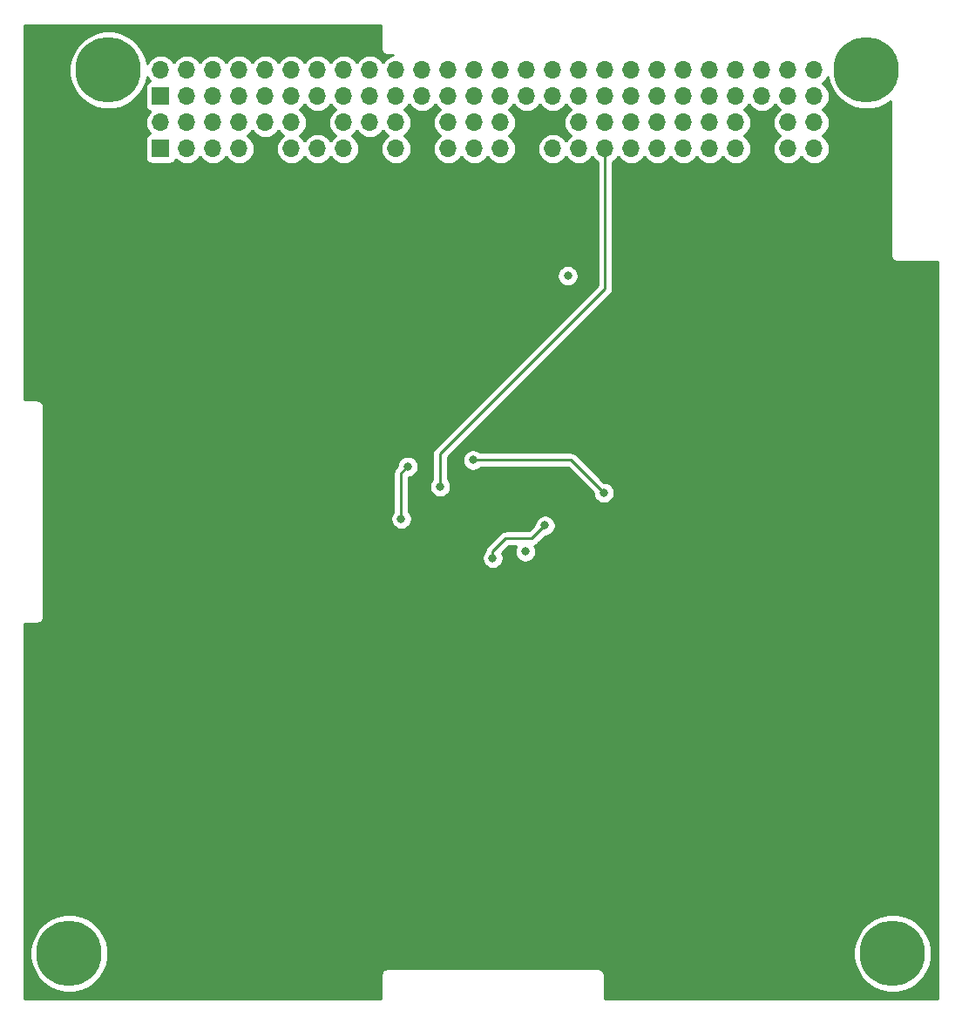
<source format=gbr>
G04 #@! TF.GenerationSoftware,KiCad,Pcbnew,(5.1.4)-1*
G04 #@! TF.CreationDate,2019-12-03T11:55:19-06:00*
G04 #@! TF.ProjectId,Boost,426f6f73-742e-46b6-9963-61645f706362,rev?*
G04 #@! TF.SameCoordinates,Original*
G04 #@! TF.FileFunction,Copper,L2,Bot*
G04 #@! TF.FilePolarity,Positive*
%FSLAX46Y46*%
G04 Gerber Fmt 4.6, Leading zero omitted, Abs format (unit mm)*
G04 Created by KiCad (PCBNEW (5.1.4)-1) date 2019-12-03 11:55:19*
%MOMM*%
%LPD*%
G04 APERTURE LIST*
%ADD10O,1.700000X1.700000*%
%ADD11R,1.700000X1.700000*%
%ADD12C,6.350000*%
%ADD13C,0.800000*%
%ADD14C,0.250000*%
%ADD15C,0.254000*%
G04 APERTURE END LIST*
D10*
X173489081Y-59944935D03*
X173489081Y-62484935D03*
X170949081Y-59944935D03*
X170949081Y-62484935D03*
X168409081Y-59944935D03*
X168409081Y-62484935D03*
X165869081Y-59944935D03*
X165869081Y-62484935D03*
X163329081Y-59944935D03*
X163329081Y-62484935D03*
X160789081Y-59944935D03*
X160789081Y-62484935D03*
X158249081Y-59944935D03*
X158249081Y-62484935D03*
X155709081Y-59944935D03*
X155709081Y-62484935D03*
X153169081Y-59944935D03*
X153169081Y-62484935D03*
X150629081Y-59944935D03*
X150629081Y-62484935D03*
X148089081Y-59944935D03*
X148089081Y-62484935D03*
X145549081Y-59944935D03*
X145549081Y-62484935D03*
X143009081Y-59944935D03*
X143009081Y-62484935D03*
X140469081Y-59944935D03*
X140469081Y-62484935D03*
X137929081Y-59944935D03*
X137929081Y-62484935D03*
X135389081Y-59944935D03*
X135389081Y-62484935D03*
X132849081Y-59944935D03*
X132849081Y-62484935D03*
X130309081Y-59944935D03*
X130309081Y-62484935D03*
X127769081Y-59944935D03*
X127769081Y-62484935D03*
X125229081Y-59944935D03*
X125229081Y-62484935D03*
X122689081Y-59944935D03*
X122689081Y-62484935D03*
X120149081Y-59944935D03*
X120149081Y-62484935D03*
X117609081Y-59944935D03*
X117609081Y-62484935D03*
X115069081Y-59944935D03*
X115069081Y-62484935D03*
X112529081Y-59944935D03*
X112529081Y-62484935D03*
X109989081Y-59944935D03*
D11*
X109989081Y-62484935D03*
D10*
X173489081Y-54864935D03*
X173489081Y-57404935D03*
X170949081Y-54864935D03*
X170949081Y-57404935D03*
X168409081Y-54864935D03*
X168409081Y-57404935D03*
X165869081Y-54864935D03*
X165869081Y-57404935D03*
X163329081Y-54864935D03*
X163329081Y-57404935D03*
X160789081Y-54864935D03*
X160789081Y-57404935D03*
X158249081Y-54864935D03*
X158249081Y-57404935D03*
X155709081Y-54864935D03*
X155709081Y-57404935D03*
X153169081Y-54864935D03*
X153169081Y-57404935D03*
X150629081Y-54864935D03*
X150629081Y-57404935D03*
X148089081Y-54864935D03*
X148089081Y-57404935D03*
X145549081Y-54864935D03*
X145549081Y-57404935D03*
X143009081Y-54864935D03*
X143009081Y-57404935D03*
X140469081Y-54864935D03*
X140469081Y-57404935D03*
X137929081Y-54864935D03*
X137929081Y-57404935D03*
X135389081Y-54864935D03*
X135389081Y-57404935D03*
X132849081Y-54864935D03*
X132849081Y-57404935D03*
X130309081Y-54864935D03*
X130309081Y-57404935D03*
X127769081Y-54864935D03*
X127769081Y-57404935D03*
X125229081Y-54864935D03*
X125229081Y-57404935D03*
X122689081Y-54864935D03*
X122689081Y-57404935D03*
X120149081Y-54864935D03*
X120149081Y-57404935D03*
X117609081Y-54864935D03*
X117609081Y-57404935D03*
X115069081Y-54864935D03*
X115069081Y-57404935D03*
X112529081Y-54864935D03*
X112529081Y-57404935D03*
X109989081Y-54864935D03*
D11*
X109989081Y-57404935D03*
D12*
X181102000Y-140589000D03*
X104902000Y-54864000D03*
X178562000Y-54864000D03*
X101092000Y-140589000D03*
D13*
X137160000Y-87630000D03*
X151130000Y-83820000D03*
X148590000Y-108585010D03*
X149860000Y-97155000D03*
X142240000Y-98425000D03*
X133350000Y-120015000D03*
X144780000Y-97155000D03*
X140335000Y-92710000D03*
X153035000Y-95885000D03*
X133985000Y-93345000D03*
X133350000Y-98425000D03*
X142240000Y-102235000D03*
X147320000Y-99060000D03*
X145415000Y-101600000D03*
X149529800Y-74828400D03*
X137130847Y-95279153D03*
D14*
X149860000Y-92710000D02*
X153035000Y-95885000D01*
X140335000Y-92710000D02*
X149860000Y-92710000D01*
X140469081Y-62484935D02*
X140970935Y-62484935D01*
X133350000Y-93980000D02*
X133985000Y-93345000D01*
X133350000Y-98425000D02*
X133350000Y-93980000D01*
X146050000Y-100330000D02*
X147320000Y-99060000D01*
X143510000Y-100330000D02*
X146050000Y-100330000D01*
X142240000Y-102235000D02*
X142240000Y-101600000D01*
X142240000Y-101600000D02*
X143510000Y-100330000D01*
X153169081Y-76065919D02*
X153169081Y-62484935D01*
X137130847Y-92104153D02*
X153169081Y-76065919D01*
X137130847Y-95279153D02*
X137130847Y-92104153D01*
D15*
G36*
X131370001Y-52670113D02*
G01*
X131366565Y-52705000D01*
X131380273Y-52844184D01*
X131420872Y-52978020D01*
X131486800Y-53101363D01*
X131575525Y-53209475D01*
X131683637Y-53298200D01*
X131806980Y-53364128D01*
X131940816Y-53404727D01*
X132045123Y-53415000D01*
X132080000Y-53418435D01*
X132114877Y-53415000D01*
X132513209Y-53415000D01*
X132278047Y-53486336D01*
X132020067Y-53624229D01*
X131793947Y-53809801D01*
X131608375Y-54035921D01*
X131579081Y-54090726D01*
X131549787Y-54035921D01*
X131364215Y-53809801D01*
X131138095Y-53624229D01*
X130880115Y-53486336D01*
X130600192Y-53401422D01*
X130382031Y-53379935D01*
X130236131Y-53379935D01*
X130017970Y-53401422D01*
X129738047Y-53486336D01*
X129480067Y-53624229D01*
X129253947Y-53809801D01*
X129068375Y-54035921D01*
X129039081Y-54090726D01*
X129009787Y-54035921D01*
X128824215Y-53809801D01*
X128598095Y-53624229D01*
X128340115Y-53486336D01*
X128060192Y-53401422D01*
X127842031Y-53379935D01*
X127696131Y-53379935D01*
X127477970Y-53401422D01*
X127198047Y-53486336D01*
X126940067Y-53624229D01*
X126713947Y-53809801D01*
X126528375Y-54035921D01*
X126499081Y-54090726D01*
X126469787Y-54035921D01*
X126284215Y-53809801D01*
X126058095Y-53624229D01*
X125800115Y-53486336D01*
X125520192Y-53401422D01*
X125302031Y-53379935D01*
X125156131Y-53379935D01*
X124937970Y-53401422D01*
X124658047Y-53486336D01*
X124400067Y-53624229D01*
X124173947Y-53809801D01*
X123988375Y-54035921D01*
X123959081Y-54090726D01*
X123929787Y-54035921D01*
X123744215Y-53809801D01*
X123518095Y-53624229D01*
X123260115Y-53486336D01*
X122980192Y-53401422D01*
X122762031Y-53379935D01*
X122616131Y-53379935D01*
X122397970Y-53401422D01*
X122118047Y-53486336D01*
X121860067Y-53624229D01*
X121633947Y-53809801D01*
X121448375Y-54035921D01*
X121419081Y-54090726D01*
X121389787Y-54035921D01*
X121204215Y-53809801D01*
X120978095Y-53624229D01*
X120720115Y-53486336D01*
X120440192Y-53401422D01*
X120222031Y-53379935D01*
X120076131Y-53379935D01*
X119857970Y-53401422D01*
X119578047Y-53486336D01*
X119320067Y-53624229D01*
X119093947Y-53809801D01*
X118908375Y-54035921D01*
X118879081Y-54090726D01*
X118849787Y-54035921D01*
X118664215Y-53809801D01*
X118438095Y-53624229D01*
X118180115Y-53486336D01*
X117900192Y-53401422D01*
X117682031Y-53379935D01*
X117536131Y-53379935D01*
X117317970Y-53401422D01*
X117038047Y-53486336D01*
X116780067Y-53624229D01*
X116553947Y-53809801D01*
X116368375Y-54035921D01*
X116339081Y-54090726D01*
X116309787Y-54035921D01*
X116124215Y-53809801D01*
X115898095Y-53624229D01*
X115640115Y-53486336D01*
X115360192Y-53401422D01*
X115142031Y-53379935D01*
X114996131Y-53379935D01*
X114777970Y-53401422D01*
X114498047Y-53486336D01*
X114240067Y-53624229D01*
X114013947Y-53809801D01*
X113828375Y-54035921D01*
X113799081Y-54090726D01*
X113769787Y-54035921D01*
X113584215Y-53809801D01*
X113358095Y-53624229D01*
X113100115Y-53486336D01*
X112820192Y-53401422D01*
X112602031Y-53379935D01*
X112456131Y-53379935D01*
X112237970Y-53401422D01*
X111958047Y-53486336D01*
X111700067Y-53624229D01*
X111473947Y-53809801D01*
X111288375Y-54035921D01*
X111259081Y-54090726D01*
X111229787Y-54035921D01*
X111044215Y-53809801D01*
X110818095Y-53624229D01*
X110560115Y-53486336D01*
X110280192Y-53401422D01*
X110062031Y-53379935D01*
X109916131Y-53379935D01*
X109697970Y-53401422D01*
X109418047Y-53486336D01*
X109160067Y-53624229D01*
X108933947Y-53809801D01*
X108748375Y-54035921D01*
X108656221Y-54208329D01*
X108565584Y-53752664D01*
X108278378Y-53059288D01*
X107861420Y-52435267D01*
X107330733Y-51904580D01*
X106706712Y-51487622D01*
X106013336Y-51200416D01*
X105277252Y-51054000D01*
X104526748Y-51054000D01*
X103790664Y-51200416D01*
X103097288Y-51487622D01*
X102473267Y-51904580D01*
X101942580Y-52435267D01*
X101525622Y-53059288D01*
X101238416Y-53752664D01*
X101092000Y-54488748D01*
X101092000Y-55239252D01*
X101238416Y-55975336D01*
X101525622Y-56668712D01*
X101942580Y-57292733D01*
X102473267Y-57823420D01*
X103097288Y-58240378D01*
X103790664Y-58527584D01*
X104526748Y-58674000D01*
X105277252Y-58674000D01*
X106013336Y-58527584D01*
X106706712Y-58240378D01*
X107330733Y-57823420D01*
X107861420Y-57292733D01*
X108278378Y-56668712D01*
X108565584Y-55975336D01*
X108655950Y-55521034D01*
X108748375Y-55693949D01*
X108933947Y-55920069D01*
X108963768Y-55944542D01*
X108894901Y-55965433D01*
X108784587Y-56024398D01*
X108687896Y-56103750D01*
X108608544Y-56200441D01*
X108549579Y-56310755D01*
X108513269Y-56430453D01*
X108501009Y-56554935D01*
X108501009Y-58254935D01*
X108513269Y-58379417D01*
X108549579Y-58499115D01*
X108608544Y-58609429D01*
X108687896Y-58706120D01*
X108784587Y-58785472D01*
X108894901Y-58844437D01*
X108963768Y-58865328D01*
X108933947Y-58889801D01*
X108748375Y-59115921D01*
X108610482Y-59373901D01*
X108525568Y-59653824D01*
X108496896Y-59944935D01*
X108525568Y-60236046D01*
X108610482Y-60515969D01*
X108748375Y-60773949D01*
X108933947Y-61000069D01*
X108963768Y-61024542D01*
X108894901Y-61045433D01*
X108784587Y-61104398D01*
X108687896Y-61183750D01*
X108608544Y-61280441D01*
X108549579Y-61390755D01*
X108513269Y-61510453D01*
X108501009Y-61634935D01*
X108501009Y-63334935D01*
X108513269Y-63459417D01*
X108549579Y-63579115D01*
X108608544Y-63689429D01*
X108687896Y-63786120D01*
X108784587Y-63865472D01*
X108894901Y-63924437D01*
X109014599Y-63960747D01*
X109139081Y-63973007D01*
X110839081Y-63973007D01*
X110963563Y-63960747D01*
X111083261Y-63924437D01*
X111193575Y-63865472D01*
X111290266Y-63786120D01*
X111369618Y-63689429D01*
X111428583Y-63579115D01*
X111449474Y-63510248D01*
X111473947Y-63540069D01*
X111700067Y-63725641D01*
X111958047Y-63863534D01*
X112237970Y-63948448D01*
X112456131Y-63969935D01*
X112602031Y-63969935D01*
X112820192Y-63948448D01*
X113100115Y-63863534D01*
X113358095Y-63725641D01*
X113584215Y-63540069D01*
X113769787Y-63313949D01*
X113799081Y-63259144D01*
X113828375Y-63313949D01*
X114013947Y-63540069D01*
X114240067Y-63725641D01*
X114498047Y-63863534D01*
X114777970Y-63948448D01*
X114996131Y-63969935D01*
X115142031Y-63969935D01*
X115360192Y-63948448D01*
X115640115Y-63863534D01*
X115898095Y-63725641D01*
X116124215Y-63540069D01*
X116309787Y-63313949D01*
X116339081Y-63259144D01*
X116368375Y-63313949D01*
X116553947Y-63540069D01*
X116780067Y-63725641D01*
X117038047Y-63863534D01*
X117317970Y-63948448D01*
X117536131Y-63969935D01*
X117682031Y-63969935D01*
X117900192Y-63948448D01*
X118180115Y-63863534D01*
X118438095Y-63725641D01*
X118664215Y-63540069D01*
X118849787Y-63313949D01*
X118987680Y-63055969D01*
X119072594Y-62776046D01*
X119101266Y-62484935D01*
X119072594Y-62193824D01*
X118987680Y-61913901D01*
X118849787Y-61655921D01*
X118664215Y-61429801D01*
X118438095Y-61244229D01*
X118383290Y-61214935D01*
X118438095Y-61185641D01*
X118664215Y-61000069D01*
X118849787Y-60773949D01*
X118879081Y-60719144D01*
X118908375Y-60773949D01*
X119093947Y-61000069D01*
X119320067Y-61185641D01*
X119578047Y-61323534D01*
X119857970Y-61408448D01*
X120076131Y-61429935D01*
X120222031Y-61429935D01*
X120440192Y-61408448D01*
X120720115Y-61323534D01*
X120978095Y-61185641D01*
X121204215Y-61000069D01*
X121389787Y-60773949D01*
X121419081Y-60719144D01*
X121448375Y-60773949D01*
X121633947Y-61000069D01*
X121860067Y-61185641D01*
X121914872Y-61214935D01*
X121860067Y-61244229D01*
X121633947Y-61429801D01*
X121448375Y-61655921D01*
X121310482Y-61913901D01*
X121225568Y-62193824D01*
X121196896Y-62484935D01*
X121225568Y-62776046D01*
X121310482Y-63055969D01*
X121448375Y-63313949D01*
X121633947Y-63540069D01*
X121860067Y-63725641D01*
X122118047Y-63863534D01*
X122397970Y-63948448D01*
X122616131Y-63969935D01*
X122762031Y-63969935D01*
X122980192Y-63948448D01*
X123260115Y-63863534D01*
X123518095Y-63725641D01*
X123744215Y-63540069D01*
X123929787Y-63313949D01*
X123959081Y-63259144D01*
X123988375Y-63313949D01*
X124173947Y-63540069D01*
X124400067Y-63725641D01*
X124658047Y-63863534D01*
X124937970Y-63948448D01*
X125156131Y-63969935D01*
X125302031Y-63969935D01*
X125520192Y-63948448D01*
X125800115Y-63863534D01*
X126058095Y-63725641D01*
X126284215Y-63540069D01*
X126469787Y-63313949D01*
X126499081Y-63259144D01*
X126528375Y-63313949D01*
X126713947Y-63540069D01*
X126940067Y-63725641D01*
X127198047Y-63863534D01*
X127477970Y-63948448D01*
X127696131Y-63969935D01*
X127842031Y-63969935D01*
X128060192Y-63948448D01*
X128340115Y-63863534D01*
X128598095Y-63725641D01*
X128824215Y-63540069D01*
X129009787Y-63313949D01*
X129147680Y-63055969D01*
X129232594Y-62776046D01*
X129261266Y-62484935D01*
X129232594Y-62193824D01*
X129147680Y-61913901D01*
X129009787Y-61655921D01*
X128824215Y-61429801D01*
X128598095Y-61244229D01*
X128543290Y-61214935D01*
X128598095Y-61185641D01*
X128824215Y-61000069D01*
X129009787Y-60773949D01*
X129039081Y-60719144D01*
X129068375Y-60773949D01*
X129253947Y-61000069D01*
X129480067Y-61185641D01*
X129738047Y-61323534D01*
X130017970Y-61408448D01*
X130236131Y-61429935D01*
X130382031Y-61429935D01*
X130600192Y-61408448D01*
X130880115Y-61323534D01*
X131138095Y-61185641D01*
X131364215Y-61000069D01*
X131549787Y-60773949D01*
X131579081Y-60719144D01*
X131608375Y-60773949D01*
X131793947Y-61000069D01*
X132020067Y-61185641D01*
X132074872Y-61214935D01*
X132020067Y-61244229D01*
X131793947Y-61429801D01*
X131608375Y-61655921D01*
X131470482Y-61913901D01*
X131385568Y-62193824D01*
X131356896Y-62484935D01*
X131385568Y-62776046D01*
X131470482Y-63055969D01*
X131608375Y-63313949D01*
X131793947Y-63540069D01*
X132020067Y-63725641D01*
X132278047Y-63863534D01*
X132557970Y-63948448D01*
X132776131Y-63969935D01*
X132922031Y-63969935D01*
X133140192Y-63948448D01*
X133420115Y-63863534D01*
X133678095Y-63725641D01*
X133904215Y-63540069D01*
X134089787Y-63313949D01*
X134227680Y-63055969D01*
X134312594Y-62776046D01*
X134341266Y-62484935D01*
X134312594Y-62193824D01*
X134227680Y-61913901D01*
X134089787Y-61655921D01*
X133904215Y-61429801D01*
X133678095Y-61244229D01*
X133623290Y-61214935D01*
X133678095Y-61185641D01*
X133904215Y-61000069D01*
X134089787Y-60773949D01*
X134227680Y-60515969D01*
X134312594Y-60236046D01*
X134341266Y-59944935D01*
X134312594Y-59653824D01*
X134227680Y-59373901D01*
X134089787Y-59115921D01*
X133904215Y-58889801D01*
X133678095Y-58704229D01*
X133623290Y-58674935D01*
X133678095Y-58645641D01*
X133904215Y-58460069D01*
X134089787Y-58233949D01*
X134119081Y-58179144D01*
X134148375Y-58233949D01*
X134333947Y-58460069D01*
X134560067Y-58645641D01*
X134818047Y-58783534D01*
X135097970Y-58868448D01*
X135316131Y-58889935D01*
X135462031Y-58889935D01*
X135680192Y-58868448D01*
X135960115Y-58783534D01*
X136218095Y-58645641D01*
X136444215Y-58460069D01*
X136629787Y-58233949D01*
X136659081Y-58179144D01*
X136688375Y-58233949D01*
X136873947Y-58460069D01*
X137100067Y-58645641D01*
X137154872Y-58674935D01*
X137100067Y-58704229D01*
X136873947Y-58889801D01*
X136688375Y-59115921D01*
X136550482Y-59373901D01*
X136465568Y-59653824D01*
X136436896Y-59944935D01*
X136465568Y-60236046D01*
X136550482Y-60515969D01*
X136688375Y-60773949D01*
X136873947Y-61000069D01*
X137100067Y-61185641D01*
X137154872Y-61214935D01*
X137100067Y-61244229D01*
X136873947Y-61429801D01*
X136688375Y-61655921D01*
X136550482Y-61913901D01*
X136465568Y-62193824D01*
X136436896Y-62484935D01*
X136465568Y-62776046D01*
X136550482Y-63055969D01*
X136688375Y-63313949D01*
X136873947Y-63540069D01*
X137100067Y-63725641D01*
X137358047Y-63863534D01*
X137637970Y-63948448D01*
X137856131Y-63969935D01*
X138002031Y-63969935D01*
X138220192Y-63948448D01*
X138500115Y-63863534D01*
X138758095Y-63725641D01*
X138984215Y-63540069D01*
X139169787Y-63313949D01*
X139199081Y-63259144D01*
X139228375Y-63313949D01*
X139413947Y-63540069D01*
X139640067Y-63725641D01*
X139898047Y-63863534D01*
X140177970Y-63948448D01*
X140396131Y-63969935D01*
X140542031Y-63969935D01*
X140760192Y-63948448D01*
X141040115Y-63863534D01*
X141298095Y-63725641D01*
X141524215Y-63540069D01*
X141709787Y-63313949D01*
X141739081Y-63259144D01*
X141768375Y-63313949D01*
X141953947Y-63540069D01*
X142180067Y-63725641D01*
X142438047Y-63863534D01*
X142717970Y-63948448D01*
X142936131Y-63969935D01*
X143082031Y-63969935D01*
X143300192Y-63948448D01*
X143580115Y-63863534D01*
X143838095Y-63725641D01*
X144064215Y-63540069D01*
X144249787Y-63313949D01*
X144387680Y-63055969D01*
X144472594Y-62776046D01*
X144501266Y-62484935D01*
X144472594Y-62193824D01*
X144387680Y-61913901D01*
X144249787Y-61655921D01*
X144064215Y-61429801D01*
X143838095Y-61244229D01*
X143783290Y-61214935D01*
X143838095Y-61185641D01*
X144064215Y-61000069D01*
X144249787Y-60773949D01*
X144387680Y-60515969D01*
X144472594Y-60236046D01*
X144501266Y-59944935D01*
X144472594Y-59653824D01*
X144387680Y-59373901D01*
X144249787Y-59115921D01*
X144064215Y-58889801D01*
X143838095Y-58704229D01*
X143783290Y-58674935D01*
X143838095Y-58645641D01*
X144064215Y-58460069D01*
X144249787Y-58233949D01*
X144279081Y-58179144D01*
X144308375Y-58233949D01*
X144493947Y-58460069D01*
X144720067Y-58645641D01*
X144978047Y-58783534D01*
X145257970Y-58868448D01*
X145476131Y-58889935D01*
X145622031Y-58889935D01*
X145840192Y-58868448D01*
X146120115Y-58783534D01*
X146378095Y-58645641D01*
X146604215Y-58460069D01*
X146789787Y-58233949D01*
X146819081Y-58179144D01*
X146848375Y-58233949D01*
X147033947Y-58460069D01*
X147260067Y-58645641D01*
X147518047Y-58783534D01*
X147797970Y-58868448D01*
X148016131Y-58889935D01*
X148162031Y-58889935D01*
X148380192Y-58868448D01*
X148660115Y-58783534D01*
X148918095Y-58645641D01*
X149144215Y-58460069D01*
X149329787Y-58233949D01*
X149359081Y-58179144D01*
X149388375Y-58233949D01*
X149573947Y-58460069D01*
X149800067Y-58645641D01*
X149854872Y-58674935D01*
X149800067Y-58704229D01*
X149573947Y-58889801D01*
X149388375Y-59115921D01*
X149250482Y-59373901D01*
X149165568Y-59653824D01*
X149136896Y-59944935D01*
X149165568Y-60236046D01*
X149250482Y-60515969D01*
X149388375Y-60773949D01*
X149573947Y-61000069D01*
X149800067Y-61185641D01*
X149854872Y-61214935D01*
X149800067Y-61244229D01*
X149573947Y-61429801D01*
X149388375Y-61655921D01*
X149359081Y-61710726D01*
X149329787Y-61655921D01*
X149144215Y-61429801D01*
X148918095Y-61244229D01*
X148660115Y-61106336D01*
X148380192Y-61021422D01*
X148162031Y-60999935D01*
X148016131Y-60999935D01*
X147797970Y-61021422D01*
X147518047Y-61106336D01*
X147260067Y-61244229D01*
X147033947Y-61429801D01*
X146848375Y-61655921D01*
X146710482Y-61913901D01*
X146625568Y-62193824D01*
X146596896Y-62484935D01*
X146625568Y-62776046D01*
X146710482Y-63055969D01*
X146848375Y-63313949D01*
X147033947Y-63540069D01*
X147260067Y-63725641D01*
X147518047Y-63863534D01*
X147797970Y-63948448D01*
X148016131Y-63969935D01*
X148162031Y-63969935D01*
X148380192Y-63948448D01*
X148660115Y-63863534D01*
X148918095Y-63725641D01*
X149144215Y-63540069D01*
X149329787Y-63313949D01*
X149359081Y-63259144D01*
X149388375Y-63313949D01*
X149573947Y-63540069D01*
X149800067Y-63725641D01*
X150058047Y-63863534D01*
X150337970Y-63948448D01*
X150556131Y-63969935D01*
X150702031Y-63969935D01*
X150920192Y-63948448D01*
X151200115Y-63863534D01*
X151458095Y-63725641D01*
X151684215Y-63540069D01*
X151869787Y-63313949D01*
X151899081Y-63259144D01*
X151928375Y-63313949D01*
X152113947Y-63540069D01*
X152340067Y-63725641D01*
X152409082Y-63762530D01*
X152409081Y-75751117D01*
X136619845Y-91540354D01*
X136590847Y-91564152D01*
X136567049Y-91593150D01*
X136567048Y-91593151D01*
X136495873Y-91679877D01*
X136425301Y-91811907D01*
X136396740Y-91906063D01*
X136383413Y-91950000D01*
X136381845Y-91955168D01*
X136367171Y-92104153D01*
X136370848Y-92141485D01*
X136370847Y-94575442D01*
X136326910Y-94619379D01*
X136213642Y-94788897D01*
X136135621Y-94977255D01*
X136095847Y-95177214D01*
X136095847Y-95381092D01*
X136135621Y-95581051D01*
X136213642Y-95769409D01*
X136326910Y-95938927D01*
X136471073Y-96083090D01*
X136640591Y-96196358D01*
X136828949Y-96274379D01*
X137028908Y-96314153D01*
X137232786Y-96314153D01*
X137432745Y-96274379D01*
X137621103Y-96196358D01*
X137790621Y-96083090D01*
X137934784Y-95938927D01*
X138048052Y-95769409D01*
X138126073Y-95581051D01*
X138165847Y-95381092D01*
X138165847Y-95177214D01*
X138126073Y-94977255D01*
X138048052Y-94788897D01*
X137934784Y-94619379D01*
X137890847Y-94575442D01*
X137890847Y-92608061D01*
X139300000Y-92608061D01*
X139300000Y-92811939D01*
X139339774Y-93011898D01*
X139417795Y-93200256D01*
X139531063Y-93369774D01*
X139675226Y-93513937D01*
X139844744Y-93627205D01*
X140033102Y-93705226D01*
X140233061Y-93745000D01*
X140436939Y-93745000D01*
X140636898Y-93705226D01*
X140825256Y-93627205D01*
X140994774Y-93513937D01*
X141038711Y-93470000D01*
X149545199Y-93470000D01*
X152000000Y-95924802D01*
X152000000Y-95986939D01*
X152039774Y-96186898D01*
X152117795Y-96375256D01*
X152231063Y-96544774D01*
X152375226Y-96688937D01*
X152544744Y-96802205D01*
X152733102Y-96880226D01*
X152933061Y-96920000D01*
X153136939Y-96920000D01*
X153336898Y-96880226D01*
X153525256Y-96802205D01*
X153694774Y-96688937D01*
X153838937Y-96544774D01*
X153952205Y-96375256D01*
X154030226Y-96186898D01*
X154070000Y-95986939D01*
X154070000Y-95783061D01*
X154030226Y-95583102D01*
X153952205Y-95394744D01*
X153838937Y-95225226D01*
X153694774Y-95081063D01*
X153525256Y-94967795D01*
X153336898Y-94889774D01*
X153136939Y-94850000D01*
X153074802Y-94850000D01*
X150423804Y-92199003D01*
X150400001Y-92169999D01*
X150284276Y-92075026D01*
X150152247Y-92004454D01*
X150008986Y-91960997D01*
X149897333Y-91950000D01*
X149897322Y-91950000D01*
X149860000Y-91946324D01*
X149822678Y-91950000D01*
X141038711Y-91950000D01*
X140994774Y-91906063D01*
X140825256Y-91792795D01*
X140636898Y-91714774D01*
X140436939Y-91675000D01*
X140233061Y-91675000D01*
X140033102Y-91714774D01*
X139844744Y-91792795D01*
X139675226Y-91906063D01*
X139531063Y-92050226D01*
X139417795Y-92219744D01*
X139339774Y-92408102D01*
X139300000Y-92608061D01*
X137890847Y-92608061D01*
X137890847Y-92418954D01*
X153680085Y-76629717D01*
X153709082Y-76605920D01*
X153735413Y-76573836D01*
X153804055Y-76490196D01*
X153874627Y-76358166D01*
X153874627Y-76358165D01*
X153918084Y-76214905D01*
X153929081Y-76103252D01*
X153929081Y-76103243D01*
X153932757Y-76065920D01*
X153929081Y-76028597D01*
X153929081Y-63762530D01*
X153998095Y-63725641D01*
X154224215Y-63540069D01*
X154409787Y-63313949D01*
X154439081Y-63259144D01*
X154468375Y-63313949D01*
X154653947Y-63540069D01*
X154880067Y-63725641D01*
X155138047Y-63863534D01*
X155417970Y-63948448D01*
X155636131Y-63969935D01*
X155782031Y-63969935D01*
X156000192Y-63948448D01*
X156280115Y-63863534D01*
X156538095Y-63725641D01*
X156764215Y-63540069D01*
X156949787Y-63313949D01*
X156979081Y-63259144D01*
X157008375Y-63313949D01*
X157193947Y-63540069D01*
X157420067Y-63725641D01*
X157678047Y-63863534D01*
X157957970Y-63948448D01*
X158176131Y-63969935D01*
X158322031Y-63969935D01*
X158540192Y-63948448D01*
X158820115Y-63863534D01*
X159078095Y-63725641D01*
X159304215Y-63540069D01*
X159489787Y-63313949D01*
X159519081Y-63259144D01*
X159548375Y-63313949D01*
X159733947Y-63540069D01*
X159960067Y-63725641D01*
X160218047Y-63863534D01*
X160497970Y-63948448D01*
X160716131Y-63969935D01*
X160862031Y-63969935D01*
X161080192Y-63948448D01*
X161360115Y-63863534D01*
X161618095Y-63725641D01*
X161844215Y-63540069D01*
X162029787Y-63313949D01*
X162059081Y-63259144D01*
X162088375Y-63313949D01*
X162273947Y-63540069D01*
X162500067Y-63725641D01*
X162758047Y-63863534D01*
X163037970Y-63948448D01*
X163256131Y-63969935D01*
X163402031Y-63969935D01*
X163620192Y-63948448D01*
X163900115Y-63863534D01*
X164158095Y-63725641D01*
X164384215Y-63540069D01*
X164569787Y-63313949D01*
X164599081Y-63259144D01*
X164628375Y-63313949D01*
X164813947Y-63540069D01*
X165040067Y-63725641D01*
X165298047Y-63863534D01*
X165577970Y-63948448D01*
X165796131Y-63969935D01*
X165942031Y-63969935D01*
X166160192Y-63948448D01*
X166440115Y-63863534D01*
X166698095Y-63725641D01*
X166924215Y-63540069D01*
X167109787Y-63313949D01*
X167247680Y-63055969D01*
X167332594Y-62776046D01*
X167361266Y-62484935D01*
X167332594Y-62193824D01*
X167247680Y-61913901D01*
X167109787Y-61655921D01*
X166924215Y-61429801D01*
X166698095Y-61244229D01*
X166643290Y-61214935D01*
X166698095Y-61185641D01*
X166924215Y-61000069D01*
X167109787Y-60773949D01*
X167247680Y-60515969D01*
X167332594Y-60236046D01*
X167361266Y-59944935D01*
X167332594Y-59653824D01*
X167247680Y-59373901D01*
X167109787Y-59115921D01*
X166924215Y-58889801D01*
X166698095Y-58704229D01*
X166643290Y-58674935D01*
X166698095Y-58645641D01*
X166924215Y-58460069D01*
X167109787Y-58233949D01*
X167139081Y-58179144D01*
X167168375Y-58233949D01*
X167353947Y-58460069D01*
X167580067Y-58645641D01*
X167838047Y-58783534D01*
X168117970Y-58868448D01*
X168336131Y-58889935D01*
X168482031Y-58889935D01*
X168700192Y-58868448D01*
X168980115Y-58783534D01*
X169238095Y-58645641D01*
X169464215Y-58460069D01*
X169649787Y-58233949D01*
X169679081Y-58179144D01*
X169708375Y-58233949D01*
X169893947Y-58460069D01*
X170120067Y-58645641D01*
X170174872Y-58674935D01*
X170120067Y-58704229D01*
X169893947Y-58889801D01*
X169708375Y-59115921D01*
X169570482Y-59373901D01*
X169485568Y-59653824D01*
X169456896Y-59944935D01*
X169485568Y-60236046D01*
X169570482Y-60515969D01*
X169708375Y-60773949D01*
X169893947Y-61000069D01*
X170120067Y-61185641D01*
X170174872Y-61214935D01*
X170120067Y-61244229D01*
X169893947Y-61429801D01*
X169708375Y-61655921D01*
X169570482Y-61913901D01*
X169485568Y-62193824D01*
X169456896Y-62484935D01*
X169485568Y-62776046D01*
X169570482Y-63055969D01*
X169708375Y-63313949D01*
X169893947Y-63540069D01*
X170120067Y-63725641D01*
X170378047Y-63863534D01*
X170657970Y-63948448D01*
X170876131Y-63969935D01*
X171022031Y-63969935D01*
X171240192Y-63948448D01*
X171520115Y-63863534D01*
X171778095Y-63725641D01*
X172004215Y-63540069D01*
X172189787Y-63313949D01*
X172219081Y-63259144D01*
X172248375Y-63313949D01*
X172433947Y-63540069D01*
X172660067Y-63725641D01*
X172918047Y-63863534D01*
X173197970Y-63948448D01*
X173416131Y-63969935D01*
X173562031Y-63969935D01*
X173780192Y-63948448D01*
X174060115Y-63863534D01*
X174318095Y-63725641D01*
X174544215Y-63540069D01*
X174729787Y-63313949D01*
X174867680Y-63055969D01*
X174952594Y-62776046D01*
X174981266Y-62484935D01*
X174952594Y-62193824D01*
X174867680Y-61913901D01*
X174729787Y-61655921D01*
X174544215Y-61429801D01*
X174318095Y-61244229D01*
X174263290Y-61214935D01*
X174318095Y-61185641D01*
X174544215Y-61000069D01*
X174729787Y-60773949D01*
X174867680Y-60515969D01*
X174952594Y-60236046D01*
X174981266Y-59944935D01*
X174952594Y-59653824D01*
X174867680Y-59373901D01*
X174729787Y-59115921D01*
X174544215Y-58889801D01*
X174318095Y-58704229D01*
X174263290Y-58674935D01*
X174318095Y-58645641D01*
X174544215Y-58460069D01*
X174729787Y-58233949D01*
X174867680Y-57975969D01*
X174952594Y-57696046D01*
X174981266Y-57404935D01*
X174952594Y-57113824D01*
X174867680Y-56833901D01*
X174729787Y-56575921D01*
X174544215Y-56349801D01*
X174318095Y-56164229D01*
X174263290Y-56134935D01*
X174318095Y-56105641D01*
X174544215Y-55920069D01*
X174729787Y-55693949D01*
X174811891Y-55540344D01*
X174898416Y-55975336D01*
X175185622Y-56668712D01*
X175602580Y-57292733D01*
X176133267Y-57823420D01*
X176757288Y-58240378D01*
X177450664Y-58527584D01*
X178186748Y-58674000D01*
X178937252Y-58674000D01*
X179673336Y-58527584D01*
X180366712Y-58240378D01*
X180900000Y-57884046D01*
X180900001Y-72736113D01*
X180896565Y-72771000D01*
X180910273Y-72910184D01*
X180950872Y-73044020D01*
X181016800Y-73167363D01*
X181105525Y-73275475D01*
X181213637Y-73364200D01*
X181336980Y-73430128D01*
X181470816Y-73470727D01*
X181575123Y-73481000D01*
X181610000Y-73484435D01*
X181644877Y-73481000D01*
X185472000Y-73481000D01*
X185472001Y-144959000D01*
X153110000Y-144959000D01*
X153110000Y-142782877D01*
X153113435Y-142748000D01*
X153099727Y-142608816D01*
X153059128Y-142474980D01*
X152993200Y-142351637D01*
X152904475Y-142243525D01*
X152796363Y-142154800D01*
X152673020Y-142088872D01*
X152539184Y-142048273D01*
X152434877Y-142038000D01*
X152400000Y-142034565D01*
X152365123Y-142038000D01*
X132114877Y-142038000D01*
X132080000Y-142034565D01*
X132045123Y-142038000D01*
X131940816Y-142048273D01*
X131806980Y-142088872D01*
X131683637Y-142154800D01*
X131575525Y-142243525D01*
X131486800Y-142351637D01*
X131420872Y-142474980D01*
X131380273Y-142608816D01*
X131366565Y-142748000D01*
X131370001Y-142782887D01*
X131370000Y-144959000D01*
X96722000Y-144959000D01*
X96722000Y-140213748D01*
X97282000Y-140213748D01*
X97282000Y-140964252D01*
X97428416Y-141700336D01*
X97715622Y-142393712D01*
X98132580Y-143017733D01*
X98663267Y-143548420D01*
X99287288Y-143965378D01*
X99980664Y-144252584D01*
X100716748Y-144399000D01*
X101467252Y-144399000D01*
X102203336Y-144252584D01*
X102896712Y-143965378D01*
X103520733Y-143548420D01*
X104051420Y-143017733D01*
X104468378Y-142393712D01*
X104755584Y-141700336D01*
X104902000Y-140964252D01*
X104902000Y-140213748D01*
X177292000Y-140213748D01*
X177292000Y-140964252D01*
X177438416Y-141700336D01*
X177725622Y-142393712D01*
X178142580Y-143017733D01*
X178673267Y-143548420D01*
X179297288Y-143965378D01*
X179990664Y-144252584D01*
X180726748Y-144399000D01*
X181477252Y-144399000D01*
X182213336Y-144252584D01*
X182906712Y-143965378D01*
X183530733Y-143548420D01*
X184061420Y-143017733D01*
X184478378Y-142393712D01*
X184765584Y-141700336D01*
X184912000Y-140964252D01*
X184912000Y-140213748D01*
X184765584Y-139477664D01*
X184478378Y-138784288D01*
X184061420Y-138160267D01*
X183530733Y-137629580D01*
X182906712Y-137212622D01*
X182213336Y-136925416D01*
X181477252Y-136779000D01*
X180726748Y-136779000D01*
X179990664Y-136925416D01*
X179297288Y-137212622D01*
X178673267Y-137629580D01*
X178142580Y-138160267D01*
X177725622Y-138784288D01*
X177438416Y-139477664D01*
X177292000Y-140213748D01*
X104902000Y-140213748D01*
X104755584Y-139477664D01*
X104468378Y-138784288D01*
X104051420Y-138160267D01*
X103520733Y-137629580D01*
X102896712Y-137212622D01*
X102203336Y-136925416D01*
X101467252Y-136779000D01*
X100716748Y-136779000D01*
X99980664Y-136925416D01*
X99287288Y-137212622D01*
X98663267Y-137629580D01*
X98132580Y-138160267D01*
X97715622Y-138784288D01*
X97428416Y-139477664D01*
X97282000Y-140213748D01*
X96722000Y-140213748D01*
X96722000Y-108583800D01*
X97882123Y-108583800D01*
X97917000Y-108587235D01*
X97951877Y-108583800D01*
X98056184Y-108573527D01*
X98190020Y-108532928D01*
X98313363Y-108467000D01*
X98421475Y-108378275D01*
X98510200Y-108270163D01*
X98576128Y-108146820D01*
X98616727Y-108012984D01*
X98630435Y-107873800D01*
X98627000Y-107838923D01*
X98627000Y-102133061D01*
X141205000Y-102133061D01*
X141205000Y-102336939D01*
X141244774Y-102536898D01*
X141322795Y-102725256D01*
X141436063Y-102894774D01*
X141580226Y-103038937D01*
X141749744Y-103152205D01*
X141938102Y-103230226D01*
X142138061Y-103270000D01*
X142341939Y-103270000D01*
X142541898Y-103230226D01*
X142730256Y-103152205D01*
X142899774Y-103038937D01*
X143043937Y-102894774D01*
X143157205Y-102725256D01*
X143235226Y-102536898D01*
X143275000Y-102336939D01*
X143275000Y-102133061D01*
X143235226Y-101933102D01*
X143160969Y-101753832D01*
X143824802Y-101090000D01*
X144510987Y-101090000D01*
X144497795Y-101109744D01*
X144419774Y-101298102D01*
X144380000Y-101498061D01*
X144380000Y-101701939D01*
X144419774Y-101901898D01*
X144497795Y-102090256D01*
X144611063Y-102259774D01*
X144755226Y-102403937D01*
X144924744Y-102517205D01*
X145113102Y-102595226D01*
X145313061Y-102635000D01*
X145516939Y-102635000D01*
X145716898Y-102595226D01*
X145905256Y-102517205D01*
X146074774Y-102403937D01*
X146218937Y-102259774D01*
X146332205Y-102090256D01*
X146410226Y-101901898D01*
X146450000Y-101701939D01*
X146450000Y-101498061D01*
X146410226Y-101298102D01*
X146332205Y-101109744D01*
X146292675Y-101050583D01*
X146342247Y-101035546D01*
X146474276Y-100964974D01*
X146590001Y-100870001D01*
X146613804Y-100840997D01*
X147359802Y-100095000D01*
X147421939Y-100095000D01*
X147621898Y-100055226D01*
X147810256Y-99977205D01*
X147979774Y-99863937D01*
X148123937Y-99719774D01*
X148237205Y-99550256D01*
X148315226Y-99361898D01*
X148355000Y-99161939D01*
X148355000Y-98958061D01*
X148315226Y-98758102D01*
X148237205Y-98569744D01*
X148123937Y-98400226D01*
X147979774Y-98256063D01*
X147810256Y-98142795D01*
X147621898Y-98064774D01*
X147421939Y-98025000D01*
X147218061Y-98025000D01*
X147018102Y-98064774D01*
X146829744Y-98142795D01*
X146660226Y-98256063D01*
X146516063Y-98400226D01*
X146402795Y-98569744D01*
X146324774Y-98758102D01*
X146285000Y-98958061D01*
X146285000Y-99020198D01*
X145735199Y-99570000D01*
X143547322Y-99570000D01*
X143509999Y-99566324D01*
X143472676Y-99570000D01*
X143472667Y-99570000D01*
X143361014Y-99580997D01*
X143217753Y-99624454D01*
X143085724Y-99695026D01*
X142969999Y-99789999D01*
X142946201Y-99818997D01*
X141728998Y-101036201D01*
X141700000Y-101059999D01*
X141676202Y-101088997D01*
X141676201Y-101088998D01*
X141605026Y-101175724D01*
X141559037Y-101261764D01*
X141534454Y-101307753D01*
X141490997Y-101451014D01*
X141483428Y-101527861D01*
X141436063Y-101575226D01*
X141322795Y-101744744D01*
X141244774Y-101933102D01*
X141205000Y-102133061D01*
X98627000Y-102133061D01*
X98627000Y-98323061D01*
X132315000Y-98323061D01*
X132315000Y-98526939D01*
X132354774Y-98726898D01*
X132432795Y-98915256D01*
X132546063Y-99084774D01*
X132690226Y-99228937D01*
X132859744Y-99342205D01*
X133048102Y-99420226D01*
X133248061Y-99460000D01*
X133451939Y-99460000D01*
X133651898Y-99420226D01*
X133840256Y-99342205D01*
X134009774Y-99228937D01*
X134153937Y-99084774D01*
X134267205Y-98915256D01*
X134345226Y-98726898D01*
X134385000Y-98526939D01*
X134385000Y-98323061D01*
X134345226Y-98123102D01*
X134267205Y-97934744D01*
X134153937Y-97765226D01*
X134110000Y-97721289D01*
X134110000Y-94375413D01*
X134286898Y-94340226D01*
X134475256Y-94262205D01*
X134644774Y-94148937D01*
X134788937Y-94004774D01*
X134902205Y-93835256D01*
X134980226Y-93646898D01*
X135020000Y-93446939D01*
X135020000Y-93243061D01*
X134980226Y-93043102D01*
X134902205Y-92854744D01*
X134788937Y-92685226D01*
X134644774Y-92541063D01*
X134475256Y-92427795D01*
X134286898Y-92349774D01*
X134086939Y-92310000D01*
X133883061Y-92310000D01*
X133683102Y-92349774D01*
X133494744Y-92427795D01*
X133325226Y-92541063D01*
X133181063Y-92685226D01*
X133067795Y-92854744D01*
X132989774Y-93043102D01*
X132950000Y-93243061D01*
X132950000Y-93305199D01*
X132838998Y-93416201D01*
X132810000Y-93439999D01*
X132786202Y-93468997D01*
X132786201Y-93468998D01*
X132715026Y-93555724D01*
X132644454Y-93687754D01*
X132600998Y-93831015D01*
X132586324Y-93980000D01*
X132590001Y-94017332D01*
X132590000Y-97721289D01*
X132546063Y-97765226D01*
X132432795Y-97934744D01*
X132354774Y-98123102D01*
X132315000Y-98323061D01*
X98627000Y-98323061D01*
X98627000Y-87614077D01*
X98630435Y-87579200D01*
X98616727Y-87440016D01*
X98576128Y-87306180D01*
X98510200Y-87182837D01*
X98421475Y-87074725D01*
X98313363Y-86986000D01*
X98190020Y-86920072D01*
X98056184Y-86879473D01*
X97951877Y-86869200D01*
X97917000Y-86865765D01*
X97882123Y-86869200D01*
X96722000Y-86869200D01*
X96722000Y-74726461D01*
X148494800Y-74726461D01*
X148494800Y-74930339D01*
X148534574Y-75130298D01*
X148612595Y-75318656D01*
X148725863Y-75488174D01*
X148870026Y-75632337D01*
X149039544Y-75745605D01*
X149227902Y-75823626D01*
X149427861Y-75863400D01*
X149631739Y-75863400D01*
X149831698Y-75823626D01*
X150020056Y-75745605D01*
X150189574Y-75632337D01*
X150333737Y-75488174D01*
X150447005Y-75318656D01*
X150525026Y-75130298D01*
X150564800Y-74930339D01*
X150564800Y-74726461D01*
X150525026Y-74526502D01*
X150447005Y-74338144D01*
X150333737Y-74168626D01*
X150189574Y-74024463D01*
X150020056Y-73911195D01*
X149831698Y-73833174D01*
X149631739Y-73793400D01*
X149427861Y-73793400D01*
X149227902Y-73833174D01*
X149039544Y-73911195D01*
X148870026Y-74024463D01*
X148725863Y-74168626D01*
X148612595Y-74338144D01*
X148534574Y-74526502D01*
X148494800Y-74726461D01*
X96722000Y-74726461D01*
X96722000Y-50494000D01*
X131370000Y-50494000D01*
X131370001Y-52670113D01*
X131370001Y-52670113D01*
G37*
X131370001Y-52670113D02*
X131366565Y-52705000D01*
X131380273Y-52844184D01*
X131420872Y-52978020D01*
X131486800Y-53101363D01*
X131575525Y-53209475D01*
X131683637Y-53298200D01*
X131806980Y-53364128D01*
X131940816Y-53404727D01*
X132045123Y-53415000D01*
X132080000Y-53418435D01*
X132114877Y-53415000D01*
X132513209Y-53415000D01*
X132278047Y-53486336D01*
X132020067Y-53624229D01*
X131793947Y-53809801D01*
X131608375Y-54035921D01*
X131579081Y-54090726D01*
X131549787Y-54035921D01*
X131364215Y-53809801D01*
X131138095Y-53624229D01*
X130880115Y-53486336D01*
X130600192Y-53401422D01*
X130382031Y-53379935D01*
X130236131Y-53379935D01*
X130017970Y-53401422D01*
X129738047Y-53486336D01*
X129480067Y-53624229D01*
X129253947Y-53809801D01*
X129068375Y-54035921D01*
X129039081Y-54090726D01*
X129009787Y-54035921D01*
X128824215Y-53809801D01*
X128598095Y-53624229D01*
X128340115Y-53486336D01*
X128060192Y-53401422D01*
X127842031Y-53379935D01*
X127696131Y-53379935D01*
X127477970Y-53401422D01*
X127198047Y-53486336D01*
X126940067Y-53624229D01*
X126713947Y-53809801D01*
X126528375Y-54035921D01*
X126499081Y-54090726D01*
X126469787Y-54035921D01*
X126284215Y-53809801D01*
X126058095Y-53624229D01*
X125800115Y-53486336D01*
X125520192Y-53401422D01*
X125302031Y-53379935D01*
X125156131Y-53379935D01*
X124937970Y-53401422D01*
X124658047Y-53486336D01*
X124400067Y-53624229D01*
X124173947Y-53809801D01*
X123988375Y-54035921D01*
X123959081Y-54090726D01*
X123929787Y-54035921D01*
X123744215Y-53809801D01*
X123518095Y-53624229D01*
X123260115Y-53486336D01*
X122980192Y-53401422D01*
X122762031Y-53379935D01*
X122616131Y-53379935D01*
X122397970Y-53401422D01*
X122118047Y-53486336D01*
X121860067Y-53624229D01*
X121633947Y-53809801D01*
X121448375Y-54035921D01*
X121419081Y-54090726D01*
X121389787Y-54035921D01*
X121204215Y-53809801D01*
X120978095Y-53624229D01*
X120720115Y-53486336D01*
X120440192Y-53401422D01*
X120222031Y-53379935D01*
X120076131Y-53379935D01*
X119857970Y-53401422D01*
X119578047Y-53486336D01*
X119320067Y-53624229D01*
X119093947Y-53809801D01*
X118908375Y-54035921D01*
X118879081Y-54090726D01*
X118849787Y-54035921D01*
X118664215Y-53809801D01*
X118438095Y-53624229D01*
X118180115Y-53486336D01*
X117900192Y-53401422D01*
X117682031Y-53379935D01*
X117536131Y-53379935D01*
X117317970Y-53401422D01*
X117038047Y-53486336D01*
X116780067Y-53624229D01*
X116553947Y-53809801D01*
X116368375Y-54035921D01*
X116339081Y-54090726D01*
X116309787Y-54035921D01*
X116124215Y-53809801D01*
X115898095Y-53624229D01*
X115640115Y-53486336D01*
X115360192Y-53401422D01*
X115142031Y-53379935D01*
X114996131Y-53379935D01*
X114777970Y-53401422D01*
X114498047Y-53486336D01*
X114240067Y-53624229D01*
X114013947Y-53809801D01*
X113828375Y-54035921D01*
X113799081Y-54090726D01*
X113769787Y-54035921D01*
X113584215Y-53809801D01*
X113358095Y-53624229D01*
X113100115Y-53486336D01*
X112820192Y-53401422D01*
X112602031Y-53379935D01*
X112456131Y-53379935D01*
X112237970Y-53401422D01*
X111958047Y-53486336D01*
X111700067Y-53624229D01*
X111473947Y-53809801D01*
X111288375Y-54035921D01*
X111259081Y-54090726D01*
X111229787Y-54035921D01*
X111044215Y-53809801D01*
X110818095Y-53624229D01*
X110560115Y-53486336D01*
X110280192Y-53401422D01*
X110062031Y-53379935D01*
X109916131Y-53379935D01*
X109697970Y-53401422D01*
X109418047Y-53486336D01*
X109160067Y-53624229D01*
X108933947Y-53809801D01*
X108748375Y-54035921D01*
X108656221Y-54208329D01*
X108565584Y-53752664D01*
X108278378Y-53059288D01*
X107861420Y-52435267D01*
X107330733Y-51904580D01*
X106706712Y-51487622D01*
X106013336Y-51200416D01*
X105277252Y-51054000D01*
X104526748Y-51054000D01*
X103790664Y-51200416D01*
X103097288Y-51487622D01*
X102473267Y-51904580D01*
X101942580Y-52435267D01*
X101525622Y-53059288D01*
X101238416Y-53752664D01*
X101092000Y-54488748D01*
X101092000Y-55239252D01*
X101238416Y-55975336D01*
X101525622Y-56668712D01*
X101942580Y-57292733D01*
X102473267Y-57823420D01*
X103097288Y-58240378D01*
X103790664Y-58527584D01*
X104526748Y-58674000D01*
X105277252Y-58674000D01*
X106013336Y-58527584D01*
X106706712Y-58240378D01*
X107330733Y-57823420D01*
X107861420Y-57292733D01*
X108278378Y-56668712D01*
X108565584Y-55975336D01*
X108655950Y-55521034D01*
X108748375Y-55693949D01*
X108933947Y-55920069D01*
X108963768Y-55944542D01*
X108894901Y-55965433D01*
X108784587Y-56024398D01*
X108687896Y-56103750D01*
X108608544Y-56200441D01*
X108549579Y-56310755D01*
X108513269Y-56430453D01*
X108501009Y-56554935D01*
X108501009Y-58254935D01*
X108513269Y-58379417D01*
X108549579Y-58499115D01*
X108608544Y-58609429D01*
X108687896Y-58706120D01*
X108784587Y-58785472D01*
X108894901Y-58844437D01*
X108963768Y-58865328D01*
X108933947Y-58889801D01*
X108748375Y-59115921D01*
X108610482Y-59373901D01*
X108525568Y-59653824D01*
X108496896Y-59944935D01*
X108525568Y-60236046D01*
X108610482Y-60515969D01*
X108748375Y-60773949D01*
X108933947Y-61000069D01*
X108963768Y-61024542D01*
X108894901Y-61045433D01*
X108784587Y-61104398D01*
X108687896Y-61183750D01*
X108608544Y-61280441D01*
X108549579Y-61390755D01*
X108513269Y-61510453D01*
X108501009Y-61634935D01*
X108501009Y-63334935D01*
X108513269Y-63459417D01*
X108549579Y-63579115D01*
X108608544Y-63689429D01*
X108687896Y-63786120D01*
X108784587Y-63865472D01*
X108894901Y-63924437D01*
X109014599Y-63960747D01*
X109139081Y-63973007D01*
X110839081Y-63973007D01*
X110963563Y-63960747D01*
X111083261Y-63924437D01*
X111193575Y-63865472D01*
X111290266Y-63786120D01*
X111369618Y-63689429D01*
X111428583Y-63579115D01*
X111449474Y-63510248D01*
X111473947Y-63540069D01*
X111700067Y-63725641D01*
X111958047Y-63863534D01*
X112237970Y-63948448D01*
X112456131Y-63969935D01*
X112602031Y-63969935D01*
X112820192Y-63948448D01*
X113100115Y-63863534D01*
X113358095Y-63725641D01*
X113584215Y-63540069D01*
X113769787Y-63313949D01*
X113799081Y-63259144D01*
X113828375Y-63313949D01*
X114013947Y-63540069D01*
X114240067Y-63725641D01*
X114498047Y-63863534D01*
X114777970Y-63948448D01*
X114996131Y-63969935D01*
X115142031Y-63969935D01*
X115360192Y-63948448D01*
X115640115Y-63863534D01*
X115898095Y-63725641D01*
X116124215Y-63540069D01*
X116309787Y-63313949D01*
X116339081Y-63259144D01*
X116368375Y-63313949D01*
X116553947Y-63540069D01*
X116780067Y-63725641D01*
X117038047Y-63863534D01*
X117317970Y-63948448D01*
X117536131Y-63969935D01*
X117682031Y-63969935D01*
X117900192Y-63948448D01*
X118180115Y-63863534D01*
X118438095Y-63725641D01*
X118664215Y-63540069D01*
X118849787Y-63313949D01*
X118987680Y-63055969D01*
X119072594Y-62776046D01*
X119101266Y-62484935D01*
X119072594Y-62193824D01*
X118987680Y-61913901D01*
X118849787Y-61655921D01*
X118664215Y-61429801D01*
X118438095Y-61244229D01*
X118383290Y-61214935D01*
X118438095Y-61185641D01*
X118664215Y-61000069D01*
X118849787Y-60773949D01*
X118879081Y-60719144D01*
X118908375Y-60773949D01*
X119093947Y-61000069D01*
X119320067Y-61185641D01*
X119578047Y-61323534D01*
X119857970Y-61408448D01*
X120076131Y-61429935D01*
X120222031Y-61429935D01*
X120440192Y-61408448D01*
X120720115Y-61323534D01*
X120978095Y-61185641D01*
X121204215Y-61000069D01*
X121389787Y-60773949D01*
X121419081Y-60719144D01*
X121448375Y-60773949D01*
X121633947Y-61000069D01*
X121860067Y-61185641D01*
X121914872Y-61214935D01*
X121860067Y-61244229D01*
X121633947Y-61429801D01*
X121448375Y-61655921D01*
X121310482Y-61913901D01*
X121225568Y-62193824D01*
X121196896Y-62484935D01*
X121225568Y-62776046D01*
X121310482Y-63055969D01*
X121448375Y-63313949D01*
X121633947Y-63540069D01*
X121860067Y-63725641D01*
X122118047Y-63863534D01*
X122397970Y-63948448D01*
X122616131Y-63969935D01*
X122762031Y-63969935D01*
X122980192Y-63948448D01*
X123260115Y-63863534D01*
X123518095Y-63725641D01*
X123744215Y-63540069D01*
X123929787Y-63313949D01*
X123959081Y-63259144D01*
X123988375Y-63313949D01*
X124173947Y-63540069D01*
X124400067Y-63725641D01*
X124658047Y-63863534D01*
X124937970Y-63948448D01*
X125156131Y-63969935D01*
X125302031Y-63969935D01*
X125520192Y-63948448D01*
X125800115Y-63863534D01*
X126058095Y-63725641D01*
X126284215Y-63540069D01*
X126469787Y-63313949D01*
X126499081Y-63259144D01*
X126528375Y-63313949D01*
X126713947Y-63540069D01*
X126940067Y-63725641D01*
X127198047Y-63863534D01*
X127477970Y-63948448D01*
X127696131Y-63969935D01*
X127842031Y-63969935D01*
X128060192Y-63948448D01*
X128340115Y-63863534D01*
X128598095Y-63725641D01*
X128824215Y-63540069D01*
X129009787Y-63313949D01*
X129147680Y-63055969D01*
X129232594Y-62776046D01*
X129261266Y-62484935D01*
X129232594Y-62193824D01*
X129147680Y-61913901D01*
X129009787Y-61655921D01*
X128824215Y-61429801D01*
X128598095Y-61244229D01*
X128543290Y-61214935D01*
X128598095Y-61185641D01*
X128824215Y-61000069D01*
X129009787Y-60773949D01*
X129039081Y-60719144D01*
X129068375Y-60773949D01*
X129253947Y-61000069D01*
X129480067Y-61185641D01*
X129738047Y-61323534D01*
X130017970Y-61408448D01*
X130236131Y-61429935D01*
X130382031Y-61429935D01*
X130600192Y-61408448D01*
X130880115Y-61323534D01*
X131138095Y-61185641D01*
X131364215Y-61000069D01*
X131549787Y-60773949D01*
X131579081Y-60719144D01*
X131608375Y-60773949D01*
X131793947Y-61000069D01*
X132020067Y-61185641D01*
X132074872Y-61214935D01*
X132020067Y-61244229D01*
X131793947Y-61429801D01*
X131608375Y-61655921D01*
X131470482Y-61913901D01*
X131385568Y-62193824D01*
X131356896Y-62484935D01*
X131385568Y-62776046D01*
X131470482Y-63055969D01*
X131608375Y-63313949D01*
X131793947Y-63540069D01*
X132020067Y-63725641D01*
X132278047Y-63863534D01*
X132557970Y-63948448D01*
X132776131Y-63969935D01*
X132922031Y-63969935D01*
X133140192Y-63948448D01*
X133420115Y-63863534D01*
X133678095Y-63725641D01*
X133904215Y-63540069D01*
X134089787Y-63313949D01*
X134227680Y-63055969D01*
X134312594Y-62776046D01*
X134341266Y-62484935D01*
X134312594Y-62193824D01*
X134227680Y-61913901D01*
X134089787Y-61655921D01*
X133904215Y-61429801D01*
X133678095Y-61244229D01*
X133623290Y-61214935D01*
X133678095Y-61185641D01*
X133904215Y-61000069D01*
X134089787Y-60773949D01*
X134227680Y-60515969D01*
X134312594Y-60236046D01*
X134341266Y-59944935D01*
X134312594Y-59653824D01*
X134227680Y-59373901D01*
X134089787Y-59115921D01*
X133904215Y-58889801D01*
X133678095Y-58704229D01*
X133623290Y-58674935D01*
X133678095Y-58645641D01*
X133904215Y-58460069D01*
X134089787Y-58233949D01*
X134119081Y-58179144D01*
X134148375Y-58233949D01*
X134333947Y-58460069D01*
X134560067Y-58645641D01*
X134818047Y-58783534D01*
X135097970Y-58868448D01*
X135316131Y-58889935D01*
X135462031Y-58889935D01*
X135680192Y-58868448D01*
X135960115Y-58783534D01*
X136218095Y-58645641D01*
X136444215Y-58460069D01*
X136629787Y-58233949D01*
X136659081Y-58179144D01*
X136688375Y-58233949D01*
X136873947Y-58460069D01*
X137100067Y-58645641D01*
X137154872Y-58674935D01*
X137100067Y-58704229D01*
X136873947Y-58889801D01*
X136688375Y-59115921D01*
X136550482Y-59373901D01*
X136465568Y-59653824D01*
X136436896Y-59944935D01*
X136465568Y-60236046D01*
X136550482Y-60515969D01*
X136688375Y-60773949D01*
X136873947Y-61000069D01*
X137100067Y-61185641D01*
X137154872Y-61214935D01*
X137100067Y-61244229D01*
X136873947Y-61429801D01*
X136688375Y-61655921D01*
X136550482Y-61913901D01*
X136465568Y-62193824D01*
X136436896Y-62484935D01*
X136465568Y-62776046D01*
X136550482Y-63055969D01*
X136688375Y-63313949D01*
X136873947Y-63540069D01*
X137100067Y-63725641D01*
X137358047Y-63863534D01*
X137637970Y-63948448D01*
X137856131Y-63969935D01*
X138002031Y-63969935D01*
X138220192Y-63948448D01*
X138500115Y-63863534D01*
X138758095Y-63725641D01*
X138984215Y-63540069D01*
X139169787Y-63313949D01*
X139199081Y-63259144D01*
X139228375Y-63313949D01*
X139413947Y-63540069D01*
X139640067Y-63725641D01*
X139898047Y-63863534D01*
X140177970Y-63948448D01*
X140396131Y-63969935D01*
X140542031Y-63969935D01*
X140760192Y-63948448D01*
X141040115Y-63863534D01*
X141298095Y-63725641D01*
X141524215Y-63540069D01*
X141709787Y-63313949D01*
X141739081Y-63259144D01*
X141768375Y-63313949D01*
X141953947Y-63540069D01*
X142180067Y-63725641D01*
X142438047Y-63863534D01*
X142717970Y-63948448D01*
X142936131Y-63969935D01*
X143082031Y-63969935D01*
X143300192Y-63948448D01*
X143580115Y-63863534D01*
X143838095Y-63725641D01*
X144064215Y-63540069D01*
X144249787Y-63313949D01*
X144387680Y-63055969D01*
X144472594Y-62776046D01*
X144501266Y-62484935D01*
X144472594Y-62193824D01*
X144387680Y-61913901D01*
X144249787Y-61655921D01*
X144064215Y-61429801D01*
X143838095Y-61244229D01*
X143783290Y-61214935D01*
X143838095Y-61185641D01*
X144064215Y-61000069D01*
X144249787Y-60773949D01*
X144387680Y-60515969D01*
X144472594Y-60236046D01*
X144501266Y-59944935D01*
X144472594Y-59653824D01*
X144387680Y-59373901D01*
X144249787Y-59115921D01*
X144064215Y-58889801D01*
X143838095Y-58704229D01*
X143783290Y-58674935D01*
X143838095Y-58645641D01*
X144064215Y-58460069D01*
X144249787Y-58233949D01*
X144279081Y-58179144D01*
X144308375Y-58233949D01*
X144493947Y-58460069D01*
X144720067Y-58645641D01*
X144978047Y-58783534D01*
X145257970Y-58868448D01*
X145476131Y-58889935D01*
X145622031Y-58889935D01*
X145840192Y-58868448D01*
X146120115Y-58783534D01*
X146378095Y-58645641D01*
X146604215Y-58460069D01*
X146789787Y-58233949D01*
X146819081Y-58179144D01*
X146848375Y-58233949D01*
X147033947Y-58460069D01*
X147260067Y-58645641D01*
X147518047Y-58783534D01*
X147797970Y-58868448D01*
X148016131Y-58889935D01*
X148162031Y-58889935D01*
X148380192Y-58868448D01*
X148660115Y-58783534D01*
X148918095Y-58645641D01*
X149144215Y-58460069D01*
X149329787Y-58233949D01*
X149359081Y-58179144D01*
X149388375Y-58233949D01*
X149573947Y-58460069D01*
X149800067Y-58645641D01*
X149854872Y-58674935D01*
X149800067Y-58704229D01*
X149573947Y-58889801D01*
X149388375Y-59115921D01*
X149250482Y-59373901D01*
X149165568Y-59653824D01*
X149136896Y-59944935D01*
X149165568Y-60236046D01*
X149250482Y-60515969D01*
X149388375Y-60773949D01*
X149573947Y-61000069D01*
X149800067Y-61185641D01*
X149854872Y-61214935D01*
X149800067Y-61244229D01*
X149573947Y-61429801D01*
X149388375Y-61655921D01*
X149359081Y-61710726D01*
X149329787Y-61655921D01*
X149144215Y-61429801D01*
X148918095Y-61244229D01*
X148660115Y-61106336D01*
X148380192Y-61021422D01*
X148162031Y-60999935D01*
X148016131Y-60999935D01*
X147797970Y-61021422D01*
X147518047Y-61106336D01*
X147260067Y-61244229D01*
X147033947Y-61429801D01*
X146848375Y-61655921D01*
X146710482Y-61913901D01*
X146625568Y-62193824D01*
X146596896Y-62484935D01*
X146625568Y-62776046D01*
X146710482Y-63055969D01*
X146848375Y-63313949D01*
X147033947Y-63540069D01*
X147260067Y-63725641D01*
X147518047Y-63863534D01*
X147797970Y-63948448D01*
X148016131Y-63969935D01*
X148162031Y-63969935D01*
X148380192Y-63948448D01*
X148660115Y-63863534D01*
X148918095Y-63725641D01*
X149144215Y-63540069D01*
X149329787Y-63313949D01*
X149359081Y-63259144D01*
X149388375Y-63313949D01*
X149573947Y-63540069D01*
X149800067Y-63725641D01*
X150058047Y-63863534D01*
X150337970Y-63948448D01*
X150556131Y-63969935D01*
X150702031Y-63969935D01*
X150920192Y-63948448D01*
X151200115Y-63863534D01*
X151458095Y-63725641D01*
X151684215Y-63540069D01*
X151869787Y-63313949D01*
X151899081Y-63259144D01*
X151928375Y-63313949D01*
X152113947Y-63540069D01*
X152340067Y-63725641D01*
X152409082Y-63762530D01*
X152409081Y-75751117D01*
X136619845Y-91540354D01*
X136590847Y-91564152D01*
X136567049Y-91593150D01*
X136567048Y-91593151D01*
X136495873Y-91679877D01*
X136425301Y-91811907D01*
X136396740Y-91906063D01*
X136383413Y-91950000D01*
X136381845Y-91955168D01*
X136367171Y-92104153D01*
X136370848Y-92141485D01*
X136370847Y-94575442D01*
X136326910Y-94619379D01*
X136213642Y-94788897D01*
X136135621Y-94977255D01*
X136095847Y-95177214D01*
X136095847Y-95381092D01*
X136135621Y-95581051D01*
X136213642Y-95769409D01*
X136326910Y-95938927D01*
X136471073Y-96083090D01*
X136640591Y-96196358D01*
X136828949Y-96274379D01*
X137028908Y-96314153D01*
X137232786Y-96314153D01*
X137432745Y-96274379D01*
X137621103Y-96196358D01*
X137790621Y-96083090D01*
X137934784Y-95938927D01*
X138048052Y-95769409D01*
X138126073Y-95581051D01*
X138165847Y-95381092D01*
X138165847Y-95177214D01*
X138126073Y-94977255D01*
X138048052Y-94788897D01*
X137934784Y-94619379D01*
X137890847Y-94575442D01*
X137890847Y-92608061D01*
X139300000Y-92608061D01*
X139300000Y-92811939D01*
X139339774Y-93011898D01*
X139417795Y-93200256D01*
X139531063Y-93369774D01*
X139675226Y-93513937D01*
X139844744Y-93627205D01*
X140033102Y-93705226D01*
X140233061Y-93745000D01*
X140436939Y-93745000D01*
X140636898Y-93705226D01*
X140825256Y-93627205D01*
X140994774Y-93513937D01*
X141038711Y-93470000D01*
X149545199Y-93470000D01*
X152000000Y-95924802D01*
X152000000Y-95986939D01*
X152039774Y-96186898D01*
X152117795Y-96375256D01*
X152231063Y-96544774D01*
X152375226Y-96688937D01*
X152544744Y-96802205D01*
X152733102Y-96880226D01*
X152933061Y-96920000D01*
X153136939Y-96920000D01*
X153336898Y-96880226D01*
X153525256Y-96802205D01*
X153694774Y-96688937D01*
X153838937Y-96544774D01*
X153952205Y-96375256D01*
X154030226Y-96186898D01*
X154070000Y-95986939D01*
X154070000Y-95783061D01*
X154030226Y-95583102D01*
X153952205Y-95394744D01*
X153838937Y-95225226D01*
X153694774Y-95081063D01*
X153525256Y-94967795D01*
X153336898Y-94889774D01*
X153136939Y-94850000D01*
X153074802Y-94850000D01*
X150423804Y-92199003D01*
X150400001Y-92169999D01*
X150284276Y-92075026D01*
X150152247Y-92004454D01*
X150008986Y-91960997D01*
X149897333Y-91950000D01*
X149897322Y-91950000D01*
X149860000Y-91946324D01*
X149822678Y-91950000D01*
X141038711Y-91950000D01*
X140994774Y-91906063D01*
X140825256Y-91792795D01*
X140636898Y-91714774D01*
X140436939Y-91675000D01*
X140233061Y-91675000D01*
X140033102Y-91714774D01*
X139844744Y-91792795D01*
X139675226Y-91906063D01*
X139531063Y-92050226D01*
X139417795Y-92219744D01*
X139339774Y-92408102D01*
X139300000Y-92608061D01*
X137890847Y-92608061D01*
X137890847Y-92418954D01*
X153680085Y-76629717D01*
X153709082Y-76605920D01*
X153735413Y-76573836D01*
X153804055Y-76490196D01*
X153874627Y-76358166D01*
X153874627Y-76358165D01*
X153918084Y-76214905D01*
X153929081Y-76103252D01*
X153929081Y-76103243D01*
X153932757Y-76065920D01*
X153929081Y-76028597D01*
X153929081Y-63762530D01*
X153998095Y-63725641D01*
X154224215Y-63540069D01*
X154409787Y-63313949D01*
X154439081Y-63259144D01*
X154468375Y-63313949D01*
X154653947Y-63540069D01*
X154880067Y-63725641D01*
X155138047Y-63863534D01*
X155417970Y-63948448D01*
X155636131Y-63969935D01*
X155782031Y-63969935D01*
X156000192Y-63948448D01*
X156280115Y-63863534D01*
X156538095Y-63725641D01*
X156764215Y-63540069D01*
X156949787Y-63313949D01*
X156979081Y-63259144D01*
X157008375Y-63313949D01*
X157193947Y-63540069D01*
X157420067Y-63725641D01*
X157678047Y-63863534D01*
X157957970Y-63948448D01*
X158176131Y-63969935D01*
X158322031Y-63969935D01*
X158540192Y-63948448D01*
X158820115Y-63863534D01*
X159078095Y-63725641D01*
X159304215Y-63540069D01*
X159489787Y-63313949D01*
X159519081Y-63259144D01*
X159548375Y-63313949D01*
X159733947Y-63540069D01*
X159960067Y-63725641D01*
X160218047Y-63863534D01*
X160497970Y-63948448D01*
X160716131Y-63969935D01*
X160862031Y-63969935D01*
X161080192Y-63948448D01*
X161360115Y-63863534D01*
X161618095Y-63725641D01*
X161844215Y-63540069D01*
X162029787Y-63313949D01*
X162059081Y-63259144D01*
X162088375Y-63313949D01*
X162273947Y-63540069D01*
X162500067Y-63725641D01*
X162758047Y-63863534D01*
X163037970Y-63948448D01*
X163256131Y-63969935D01*
X163402031Y-63969935D01*
X163620192Y-63948448D01*
X163900115Y-63863534D01*
X164158095Y-63725641D01*
X164384215Y-63540069D01*
X164569787Y-63313949D01*
X164599081Y-63259144D01*
X164628375Y-63313949D01*
X164813947Y-63540069D01*
X165040067Y-63725641D01*
X165298047Y-63863534D01*
X165577970Y-63948448D01*
X165796131Y-63969935D01*
X165942031Y-63969935D01*
X166160192Y-63948448D01*
X166440115Y-63863534D01*
X166698095Y-63725641D01*
X166924215Y-63540069D01*
X167109787Y-63313949D01*
X167247680Y-63055969D01*
X167332594Y-62776046D01*
X167361266Y-62484935D01*
X167332594Y-62193824D01*
X167247680Y-61913901D01*
X167109787Y-61655921D01*
X166924215Y-61429801D01*
X166698095Y-61244229D01*
X166643290Y-61214935D01*
X166698095Y-61185641D01*
X166924215Y-61000069D01*
X167109787Y-60773949D01*
X167247680Y-60515969D01*
X167332594Y-60236046D01*
X167361266Y-59944935D01*
X167332594Y-59653824D01*
X167247680Y-59373901D01*
X167109787Y-59115921D01*
X166924215Y-58889801D01*
X166698095Y-58704229D01*
X166643290Y-58674935D01*
X166698095Y-58645641D01*
X166924215Y-58460069D01*
X167109787Y-58233949D01*
X167139081Y-58179144D01*
X167168375Y-58233949D01*
X167353947Y-58460069D01*
X167580067Y-58645641D01*
X167838047Y-58783534D01*
X168117970Y-58868448D01*
X168336131Y-58889935D01*
X168482031Y-58889935D01*
X168700192Y-58868448D01*
X168980115Y-58783534D01*
X169238095Y-58645641D01*
X169464215Y-58460069D01*
X169649787Y-58233949D01*
X169679081Y-58179144D01*
X169708375Y-58233949D01*
X169893947Y-58460069D01*
X170120067Y-58645641D01*
X170174872Y-58674935D01*
X170120067Y-58704229D01*
X169893947Y-58889801D01*
X169708375Y-59115921D01*
X169570482Y-59373901D01*
X169485568Y-59653824D01*
X169456896Y-59944935D01*
X169485568Y-60236046D01*
X169570482Y-60515969D01*
X169708375Y-60773949D01*
X169893947Y-61000069D01*
X170120067Y-61185641D01*
X170174872Y-61214935D01*
X170120067Y-61244229D01*
X169893947Y-61429801D01*
X169708375Y-61655921D01*
X169570482Y-61913901D01*
X169485568Y-62193824D01*
X169456896Y-62484935D01*
X169485568Y-62776046D01*
X169570482Y-63055969D01*
X169708375Y-63313949D01*
X169893947Y-63540069D01*
X170120067Y-63725641D01*
X170378047Y-63863534D01*
X170657970Y-63948448D01*
X170876131Y-63969935D01*
X171022031Y-63969935D01*
X171240192Y-63948448D01*
X171520115Y-63863534D01*
X171778095Y-63725641D01*
X172004215Y-63540069D01*
X172189787Y-63313949D01*
X172219081Y-63259144D01*
X172248375Y-63313949D01*
X172433947Y-63540069D01*
X172660067Y-63725641D01*
X172918047Y-63863534D01*
X173197970Y-63948448D01*
X173416131Y-63969935D01*
X173562031Y-63969935D01*
X173780192Y-63948448D01*
X174060115Y-63863534D01*
X174318095Y-63725641D01*
X174544215Y-63540069D01*
X174729787Y-63313949D01*
X174867680Y-63055969D01*
X174952594Y-62776046D01*
X174981266Y-62484935D01*
X174952594Y-62193824D01*
X174867680Y-61913901D01*
X174729787Y-61655921D01*
X174544215Y-61429801D01*
X174318095Y-61244229D01*
X174263290Y-61214935D01*
X174318095Y-61185641D01*
X174544215Y-61000069D01*
X174729787Y-60773949D01*
X174867680Y-60515969D01*
X174952594Y-60236046D01*
X174981266Y-59944935D01*
X174952594Y-59653824D01*
X174867680Y-59373901D01*
X174729787Y-59115921D01*
X174544215Y-58889801D01*
X174318095Y-58704229D01*
X174263290Y-58674935D01*
X174318095Y-58645641D01*
X174544215Y-58460069D01*
X174729787Y-58233949D01*
X174867680Y-57975969D01*
X174952594Y-57696046D01*
X174981266Y-57404935D01*
X174952594Y-57113824D01*
X174867680Y-56833901D01*
X174729787Y-56575921D01*
X174544215Y-56349801D01*
X174318095Y-56164229D01*
X174263290Y-56134935D01*
X174318095Y-56105641D01*
X174544215Y-55920069D01*
X174729787Y-55693949D01*
X174811891Y-55540344D01*
X174898416Y-55975336D01*
X175185622Y-56668712D01*
X175602580Y-57292733D01*
X176133267Y-57823420D01*
X176757288Y-58240378D01*
X177450664Y-58527584D01*
X178186748Y-58674000D01*
X178937252Y-58674000D01*
X179673336Y-58527584D01*
X180366712Y-58240378D01*
X180900000Y-57884046D01*
X180900001Y-72736113D01*
X180896565Y-72771000D01*
X180910273Y-72910184D01*
X180950872Y-73044020D01*
X181016800Y-73167363D01*
X181105525Y-73275475D01*
X181213637Y-73364200D01*
X181336980Y-73430128D01*
X181470816Y-73470727D01*
X181575123Y-73481000D01*
X181610000Y-73484435D01*
X181644877Y-73481000D01*
X185472000Y-73481000D01*
X185472001Y-144959000D01*
X153110000Y-144959000D01*
X153110000Y-142782877D01*
X153113435Y-142748000D01*
X153099727Y-142608816D01*
X153059128Y-142474980D01*
X152993200Y-142351637D01*
X152904475Y-142243525D01*
X152796363Y-142154800D01*
X152673020Y-142088872D01*
X152539184Y-142048273D01*
X152434877Y-142038000D01*
X152400000Y-142034565D01*
X152365123Y-142038000D01*
X132114877Y-142038000D01*
X132080000Y-142034565D01*
X132045123Y-142038000D01*
X131940816Y-142048273D01*
X131806980Y-142088872D01*
X131683637Y-142154800D01*
X131575525Y-142243525D01*
X131486800Y-142351637D01*
X131420872Y-142474980D01*
X131380273Y-142608816D01*
X131366565Y-142748000D01*
X131370001Y-142782887D01*
X131370000Y-144959000D01*
X96722000Y-144959000D01*
X96722000Y-140213748D01*
X97282000Y-140213748D01*
X97282000Y-140964252D01*
X97428416Y-141700336D01*
X97715622Y-142393712D01*
X98132580Y-143017733D01*
X98663267Y-143548420D01*
X99287288Y-143965378D01*
X99980664Y-144252584D01*
X100716748Y-144399000D01*
X101467252Y-144399000D01*
X102203336Y-144252584D01*
X102896712Y-143965378D01*
X103520733Y-143548420D01*
X104051420Y-143017733D01*
X104468378Y-142393712D01*
X104755584Y-141700336D01*
X104902000Y-140964252D01*
X104902000Y-140213748D01*
X177292000Y-140213748D01*
X177292000Y-140964252D01*
X177438416Y-141700336D01*
X177725622Y-142393712D01*
X178142580Y-143017733D01*
X178673267Y-143548420D01*
X179297288Y-143965378D01*
X179990664Y-144252584D01*
X180726748Y-144399000D01*
X181477252Y-144399000D01*
X182213336Y-144252584D01*
X182906712Y-143965378D01*
X183530733Y-143548420D01*
X184061420Y-143017733D01*
X184478378Y-142393712D01*
X184765584Y-141700336D01*
X184912000Y-140964252D01*
X184912000Y-140213748D01*
X184765584Y-139477664D01*
X184478378Y-138784288D01*
X184061420Y-138160267D01*
X183530733Y-137629580D01*
X182906712Y-137212622D01*
X182213336Y-136925416D01*
X181477252Y-136779000D01*
X180726748Y-136779000D01*
X179990664Y-136925416D01*
X179297288Y-137212622D01*
X178673267Y-137629580D01*
X178142580Y-138160267D01*
X177725622Y-138784288D01*
X177438416Y-139477664D01*
X177292000Y-140213748D01*
X104902000Y-140213748D01*
X104755584Y-139477664D01*
X104468378Y-138784288D01*
X104051420Y-138160267D01*
X103520733Y-137629580D01*
X102896712Y-137212622D01*
X102203336Y-136925416D01*
X101467252Y-136779000D01*
X100716748Y-136779000D01*
X99980664Y-136925416D01*
X99287288Y-137212622D01*
X98663267Y-137629580D01*
X98132580Y-138160267D01*
X97715622Y-138784288D01*
X97428416Y-139477664D01*
X97282000Y-140213748D01*
X96722000Y-140213748D01*
X96722000Y-108583800D01*
X97882123Y-108583800D01*
X97917000Y-108587235D01*
X97951877Y-108583800D01*
X98056184Y-108573527D01*
X98190020Y-108532928D01*
X98313363Y-108467000D01*
X98421475Y-108378275D01*
X98510200Y-108270163D01*
X98576128Y-108146820D01*
X98616727Y-108012984D01*
X98630435Y-107873800D01*
X98627000Y-107838923D01*
X98627000Y-102133061D01*
X141205000Y-102133061D01*
X141205000Y-102336939D01*
X141244774Y-102536898D01*
X141322795Y-102725256D01*
X141436063Y-102894774D01*
X141580226Y-103038937D01*
X141749744Y-103152205D01*
X141938102Y-103230226D01*
X142138061Y-103270000D01*
X142341939Y-103270000D01*
X142541898Y-103230226D01*
X142730256Y-103152205D01*
X142899774Y-103038937D01*
X143043937Y-102894774D01*
X143157205Y-102725256D01*
X143235226Y-102536898D01*
X143275000Y-102336939D01*
X143275000Y-102133061D01*
X143235226Y-101933102D01*
X143160969Y-101753832D01*
X143824802Y-101090000D01*
X144510987Y-101090000D01*
X144497795Y-101109744D01*
X144419774Y-101298102D01*
X144380000Y-101498061D01*
X144380000Y-101701939D01*
X144419774Y-101901898D01*
X144497795Y-102090256D01*
X144611063Y-102259774D01*
X144755226Y-102403937D01*
X144924744Y-102517205D01*
X145113102Y-102595226D01*
X145313061Y-102635000D01*
X145516939Y-102635000D01*
X145716898Y-102595226D01*
X145905256Y-102517205D01*
X146074774Y-102403937D01*
X146218937Y-102259774D01*
X146332205Y-102090256D01*
X146410226Y-101901898D01*
X146450000Y-101701939D01*
X146450000Y-101498061D01*
X146410226Y-101298102D01*
X146332205Y-101109744D01*
X146292675Y-101050583D01*
X146342247Y-101035546D01*
X146474276Y-100964974D01*
X146590001Y-100870001D01*
X146613804Y-100840997D01*
X147359802Y-100095000D01*
X147421939Y-100095000D01*
X147621898Y-100055226D01*
X147810256Y-99977205D01*
X147979774Y-99863937D01*
X148123937Y-99719774D01*
X148237205Y-99550256D01*
X148315226Y-99361898D01*
X148355000Y-99161939D01*
X148355000Y-98958061D01*
X148315226Y-98758102D01*
X148237205Y-98569744D01*
X148123937Y-98400226D01*
X147979774Y-98256063D01*
X147810256Y-98142795D01*
X147621898Y-98064774D01*
X147421939Y-98025000D01*
X147218061Y-98025000D01*
X147018102Y-98064774D01*
X146829744Y-98142795D01*
X146660226Y-98256063D01*
X146516063Y-98400226D01*
X146402795Y-98569744D01*
X146324774Y-98758102D01*
X146285000Y-98958061D01*
X146285000Y-99020198D01*
X145735199Y-99570000D01*
X143547322Y-99570000D01*
X143509999Y-99566324D01*
X143472676Y-99570000D01*
X143472667Y-99570000D01*
X143361014Y-99580997D01*
X143217753Y-99624454D01*
X143085724Y-99695026D01*
X142969999Y-99789999D01*
X142946201Y-99818997D01*
X141728998Y-101036201D01*
X141700000Y-101059999D01*
X141676202Y-101088997D01*
X141676201Y-101088998D01*
X141605026Y-101175724D01*
X141559037Y-101261764D01*
X141534454Y-101307753D01*
X141490997Y-101451014D01*
X141483428Y-101527861D01*
X141436063Y-101575226D01*
X141322795Y-101744744D01*
X141244774Y-101933102D01*
X141205000Y-102133061D01*
X98627000Y-102133061D01*
X98627000Y-98323061D01*
X132315000Y-98323061D01*
X132315000Y-98526939D01*
X132354774Y-98726898D01*
X132432795Y-98915256D01*
X132546063Y-99084774D01*
X132690226Y-99228937D01*
X132859744Y-99342205D01*
X133048102Y-99420226D01*
X133248061Y-99460000D01*
X133451939Y-99460000D01*
X133651898Y-99420226D01*
X133840256Y-99342205D01*
X134009774Y-99228937D01*
X134153937Y-99084774D01*
X134267205Y-98915256D01*
X134345226Y-98726898D01*
X134385000Y-98526939D01*
X134385000Y-98323061D01*
X134345226Y-98123102D01*
X134267205Y-97934744D01*
X134153937Y-97765226D01*
X134110000Y-97721289D01*
X134110000Y-94375413D01*
X134286898Y-94340226D01*
X134475256Y-94262205D01*
X134644774Y-94148937D01*
X134788937Y-94004774D01*
X134902205Y-93835256D01*
X134980226Y-93646898D01*
X135020000Y-93446939D01*
X135020000Y-93243061D01*
X134980226Y-93043102D01*
X134902205Y-92854744D01*
X134788937Y-92685226D01*
X134644774Y-92541063D01*
X134475256Y-92427795D01*
X134286898Y-92349774D01*
X134086939Y-92310000D01*
X133883061Y-92310000D01*
X133683102Y-92349774D01*
X133494744Y-92427795D01*
X133325226Y-92541063D01*
X133181063Y-92685226D01*
X133067795Y-92854744D01*
X132989774Y-93043102D01*
X132950000Y-93243061D01*
X132950000Y-93305199D01*
X132838998Y-93416201D01*
X132810000Y-93439999D01*
X132786202Y-93468997D01*
X132786201Y-93468998D01*
X132715026Y-93555724D01*
X132644454Y-93687754D01*
X132600998Y-93831015D01*
X132586324Y-93980000D01*
X132590001Y-94017332D01*
X132590000Y-97721289D01*
X132546063Y-97765226D01*
X132432795Y-97934744D01*
X132354774Y-98123102D01*
X132315000Y-98323061D01*
X98627000Y-98323061D01*
X98627000Y-87614077D01*
X98630435Y-87579200D01*
X98616727Y-87440016D01*
X98576128Y-87306180D01*
X98510200Y-87182837D01*
X98421475Y-87074725D01*
X98313363Y-86986000D01*
X98190020Y-86920072D01*
X98056184Y-86879473D01*
X97951877Y-86869200D01*
X97917000Y-86865765D01*
X97882123Y-86869200D01*
X96722000Y-86869200D01*
X96722000Y-74726461D01*
X148494800Y-74726461D01*
X148494800Y-74930339D01*
X148534574Y-75130298D01*
X148612595Y-75318656D01*
X148725863Y-75488174D01*
X148870026Y-75632337D01*
X149039544Y-75745605D01*
X149227902Y-75823626D01*
X149427861Y-75863400D01*
X149631739Y-75863400D01*
X149831698Y-75823626D01*
X150020056Y-75745605D01*
X150189574Y-75632337D01*
X150333737Y-75488174D01*
X150447005Y-75318656D01*
X150525026Y-75130298D01*
X150564800Y-74930339D01*
X150564800Y-74726461D01*
X150525026Y-74526502D01*
X150447005Y-74338144D01*
X150333737Y-74168626D01*
X150189574Y-74024463D01*
X150020056Y-73911195D01*
X149831698Y-73833174D01*
X149631739Y-73793400D01*
X149427861Y-73793400D01*
X149227902Y-73833174D01*
X149039544Y-73911195D01*
X148870026Y-74024463D01*
X148725863Y-74168626D01*
X148612595Y-74338144D01*
X148534574Y-74526502D01*
X148494800Y-74726461D01*
X96722000Y-74726461D01*
X96722000Y-50494000D01*
X131370000Y-50494000D01*
X131370001Y-52670113D01*
G36*
X126528375Y-58233949D02*
G01*
X126713947Y-58460069D01*
X126940067Y-58645641D01*
X126994872Y-58674935D01*
X126940067Y-58704229D01*
X126713947Y-58889801D01*
X126528375Y-59115921D01*
X126390482Y-59373901D01*
X126305568Y-59653824D01*
X126276896Y-59944935D01*
X126305568Y-60236046D01*
X126390482Y-60515969D01*
X126528375Y-60773949D01*
X126713947Y-61000069D01*
X126940067Y-61185641D01*
X126994872Y-61214935D01*
X126940067Y-61244229D01*
X126713947Y-61429801D01*
X126528375Y-61655921D01*
X126499081Y-61710726D01*
X126469787Y-61655921D01*
X126284215Y-61429801D01*
X126058095Y-61244229D01*
X125800115Y-61106336D01*
X125520192Y-61021422D01*
X125302031Y-60999935D01*
X125156131Y-60999935D01*
X124937970Y-61021422D01*
X124658047Y-61106336D01*
X124400067Y-61244229D01*
X124173947Y-61429801D01*
X123988375Y-61655921D01*
X123959081Y-61710726D01*
X123929787Y-61655921D01*
X123744215Y-61429801D01*
X123518095Y-61244229D01*
X123463290Y-61214935D01*
X123518095Y-61185641D01*
X123744215Y-61000069D01*
X123929787Y-60773949D01*
X124067680Y-60515969D01*
X124152594Y-60236046D01*
X124181266Y-59944935D01*
X124152594Y-59653824D01*
X124067680Y-59373901D01*
X123929787Y-59115921D01*
X123744215Y-58889801D01*
X123518095Y-58704229D01*
X123463290Y-58674935D01*
X123518095Y-58645641D01*
X123744215Y-58460069D01*
X123929787Y-58233949D01*
X123959081Y-58179144D01*
X123988375Y-58233949D01*
X124173947Y-58460069D01*
X124400067Y-58645641D01*
X124658047Y-58783534D01*
X124937970Y-58868448D01*
X125156131Y-58889935D01*
X125302031Y-58889935D01*
X125520192Y-58868448D01*
X125800115Y-58783534D01*
X126058095Y-58645641D01*
X126284215Y-58460069D01*
X126469787Y-58233949D01*
X126499081Y-58179144D01*
X126528375Y-58233949D01*
X126528375Y-58233949D01*
G37*
X126528375Y-58233949D02*
X126713947Y-58460069D01*
X126940067Y-58645641D01*
X126994872Y-58674935D01*
X126940067Y-58704229D01*
X126713947Y-58889801D01*
X126528375Y-59115921D01*
X126390482Y-59373901D01*
X126305568Y-59653824D01*
X126276896Y-59944935D01*
X126305568Y-60236046D01*
X126390482Y-60515969D01*
X126528375Y-60773949D01*
X126713947Y-61000069D01*
X126940067Y-61185641D01*
X126994872Y-61214935D01*
X126940067Y-61244229D01*
X126713947Y-61429801D01*
X126528375Y-61655921D01*
X126499081Y-61710726D01*
X126469787Y-61655921D01*
X126284215Y-61429801D01*
X126058095Y-61244229D01*
X125800115Y-61106336D01*
X125520192Y-61021422D01*
X125302031Y-60999935D01*
X125156131Y-60999935D01*
X124937970Y-61021422D01*
X124658047Y-61106336D01*
X124400067Y-61244229D01*
X124173947Y-61429801D01*
X123988375Y-61655921D01*
X123959081Y-61710726D01*
X123929787Y-61655921D01*
X123744215Y-61429801D01*
X123518095Y-61244229D01*
X123463290Y-61214935D01*
X123518095Y-61185641D01*
X123744215Y-61000069D01*
X123929787Y-60773949D01*
X124067680Y-60515969D01*
X124152594Y-60236046D01*
X124181266Y-59944935D01*
X124152594Y-59653824D01*
X124067680Y-59373901D01*
X123929787Y-59115921D01*
X123744215Y-58889801D01*
X123518095Y-58704229D01*
X123463290Y-58674935D01*
X123518095Y-58645641D01*
X123744215Y-58460069D01*
X123929787Y-58233949D01*
X123959081Y-58179144D01*
X123988375Y-58233949D01*
X124173947Y-58460069D01*
X124400067Y-58645641D01*
X124658047Y-58783534D01*
X124937970Y-58868448D01*
X125156131Y-58889935D01*
X125302031Y-58889935D01*
X125520192Y-58868448D01*
X125800115Y-58783534D01*
X126058095Y-58645641D01*
X126284215Y-58460069D01*
X126469787Y-58233949D01*
X126499081Y-58179144D01*
X126528375Y-58233949D01*
M02*

</source>
